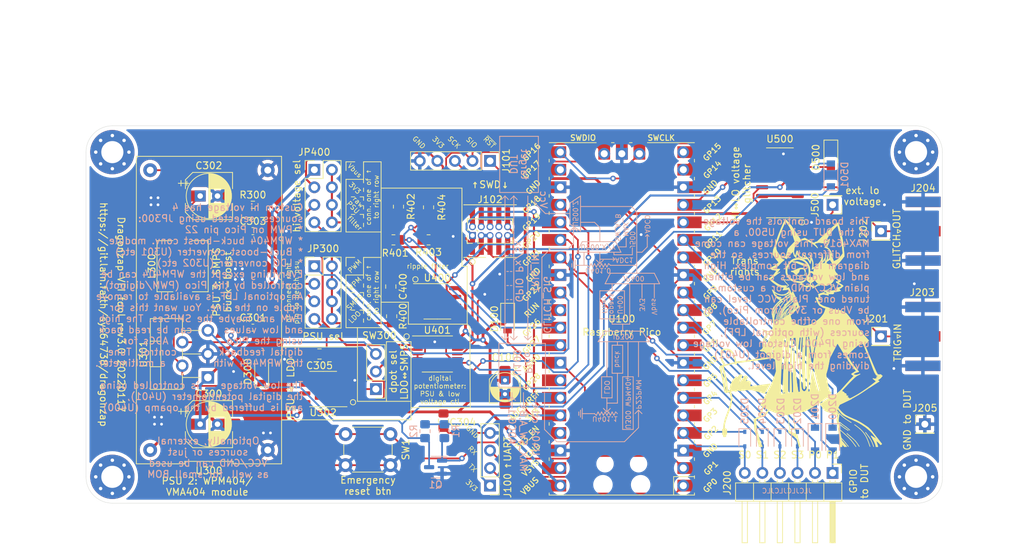
<source format=kicad_pcb>
(kicad_pcb (version 20211014) (generator pcbnew)

  (general
    (thickness 1.6)
  )

  (paper "A4")
  (layers
    (0 "F.Cu" signal)
    (31 "B.Cu" signal)
    (32 "B.Adhes" user "B.Adhesive")
    (33 "F.Adhes" user "F.Adhesive")
    (34 "B.Paste" user)
    (35 "F.Paste" user)
    (36 "B.SilkS" user "B.Silkscreen")
    (37 "F.SilkS" user "F.Silkscreen")
    (38 "B.Mask" user)
    (39 "F.Mask" user)
    (40 "Dwgs.User" user "User.Drawings")
    (41 "Cmts.User" user "User.Comments")
    (42 "Eco1.User" user "User.Eco1")
    (43 "Eco2.User" user "User.Eco2")
    (44 "Edge.Cuts" user)
    (45 "Margin" user)
    (46 "B.CrtYd" user "B.Courtyard")
    (47 "F.CrtYd" user "F.Courtyard")
    (48 "B.Fab" user)
    (49 "F.Fab" user)
  )

  (setup
    (stackup
      (layer "F.SilkS" (type "Top Silk Screen"))
      (layer "F.Paste" (type "Top Solder Paste"))
      (layer "F.Mask" (type "Top Solder Mask") (thickness 0.01))
      (layer "F.Cu" (type "copper") (thickness 0.035))
      (layer "dielectric 1" (type "core") (thickness 1.51) (material "FR4") (epsilon_r 4.5) (loss_tangent 0.02))
      (layer "B.Cu" (type "copper") (thickness 0.035))
      (layer "B.Mask" (type "Bottom Solder Mask") (thickness 0.01))
      (layer "B.Paste" (type "Bottom Solder Paste"))
      (layer "B.SilkS" (type "Bottom Silk Screen"))
      (copper_finish "None")
      (dielectric_constraints no)
    )
    (pad_to_mask_clearance 0)
    (pcbplotparams
      (layerselection 0x00010fc_ffffffff)
      (disableapertmacros false)
      (usegerberextensions false)
      (usegerberattributes true)
      (usegerberadvancedattributes true)
      (creategerberjobfile true)
      (svguseinch false)
      (svgprecision 6)
      (excludeedgelayer true)
      (plotframeref false)
      (viasonmask false)
      (mode 1)
      (useauxorigin false)
      (hpglpennumber 1)
      (hpglpenspeed 20)
      (hpglpendiameter 15.000000)
      (dxfpolygonmode true)
      (dxfimperialunits true)
      (dxfusepcbnewfont true)
      (psnegative false)
      (psa4output false)
      (plotreference true)
      (plotvalue true)
      (plotinvisibletext false)
      (sketchpadsonfab false)
      (subtractmaskfromsilk false)
      (outputformat 1)
      (mirror false)
      (drillshape 0)
      (scaleselection 1)
      (outputdirectory "dragonzap/gerber/")
    )
  )

  (net 0 "")
  (net 1 "GND")
  (net 2 "VBUS")
  (net 3 "+3V3")
  (net 4 "+3.3VADC")
  (net 5 "Net-(D100-Pad1)")
  (net 6 "UART_RX")
  (net 7 "UART_TX")
  (net 8 "/controller/SWDIO")
  (net 9 "/controller/SWCLK")
  (net 10 "unconnected-(J102-Pad8)")
  (net 11 "unconnected-(J102-Pad7)")
  (net 12 "unconnected-(J102-Pad6)")
  (net 13 "GPIO_P0D")
  (net 14 "GPIO_P0W")
  (net 15 "GPIO_P1D")
  (net 16 "GPIO_P1W")
  (net 17 "TRIG_IN")
  (net 18 "GLITCH_OUT")
  (net 19 "P22PWM")
  (net 20 "ADC0")
  (net 21 "ADC1")
  (net 22 "/psu/FB_LDO")
  (net 23 "/psu/FB_SMPS")
  (net 24 "GPIO_S3W")
  (net 25 "GPIO_S3D")
  (net 26 "GPIO_S2W")
  (net 27 "GPIO_S2D")
  (net 28 "GPIO_S1W")
  (net 29 "GPIO_S1D")
  (net 30 "GPIO_S0W")
  (net 31 "GPIO_S0D")
  (net 32 "DPOT_DAT")
  (net 33 "DPOT_CLK")
  (net 34 "unconnected-(U100-Pad22)")
  (net 35 "MAX_SW_B")
  (net 36 "MAX_SW_A")
  (net 37 "MAX_EN")
  (net 38 "DPOT_HI")
  (net 39 "Net-(C400-Pad1)")
  (net 40 "Net-(D300-Pad1)")
  (net 41 "Vdcflt")
  (net 42 "Vdclo")
  (net 43 "GLITCH_SIG")
  (net 44 "DPOT_W")
  (net 45 "Net-(J500-Pad1)")
  (net 46 "DPOT_LO")
  (net 47 "unconnected-(U100-Pad30)")
  (net 48 "Net-(JP400-Pad4)")
  (net 49 "Net-(JP300-Pad2)")
  (net 50 "Net-(C302-Pad1)")
  (net 51 "Net-(C305-Pad1)")
  (net 52 "EMERG_SHDN")
  (net 53 "~{EMERG_SHDN}")
  (net 54 "unconnected-(U100-Pad34)")
  (net 55 "unconnected-(U100-Pad39)")
  (net 56 "unconnected-(U302-Pad4)")
  (net 57 "unconnected-(U302-Pad6)")
  (net 58 "Net-(R403-Pad1)")
  (net 59 "unconnected-(U302-Pad7)")
  (net 60 "unconnected-(U401-Pad13)")
  (net 61 "Net-(U500-Pad13)")
  (net 62 "/glitchout/Vdclo_def")
  (net 63 "Net-(U500-Pad6)")

  (footprint "MCU_RaspberryPi_and_Boards:RPi_Pico_SMD_TH" (layer "F.Cu") (at 157.48 83.82 180))

  (footprint "Connector_PinHeader_2.54mm:PinHeader_1x04_P2.54mm_Vertical" (layer "F.Cu") (at 138.43 107.95 180))

  (footprint "Resistor_SMD:R_0805_2012Metric_Pad1.20x1.40mm_HandSolder" (layer "F.Cu") (at 129.54 67.675 90))

  (footprint "Capacitor_SMD:CP_Elec_6.3x5.3" (layer "F.Cu") (at 97.79 66.04))

  (footprint "Resistor_SMD:R_0805_2012Metric_Pad1.20x1.40mm_HandSolder" (layer "F.Cu") (at 124.46 72.39))

  (footprint "Package_SO:SO-8_3.9x4.9mm_P1.27mm" (layer "F.Cu") (at 130.81 81.28))

  (footprint "Capacitor_THT:CP_Radial_D6.3mm_P2.50mm" (layer "F.Cu") (at 96.52 66.04))

  (footprint "Capacitor_SMD:C_0805_2012Metric_Pad1.18x1.45mm_HandSolder" (layer "F.Cu") (at 131.699 98.552 -90))

  (footprint "Package_SO:HSOP-8-1EP_3.9x4.9mm_P1.27mm_EP2.41x3.1mm" (layer "F.Cu") (at 114.3 93.98 180))

  (footprint "Capacitor_SMD:CP_Elec_4x3.9" (layer "F.Cu") (at 140.589 93.726 -90))

  (footprint "Diode_SMD:D_SOD-123" (layer "F.Cu") (at 105.41 91.44 90))

  (footprint "Connector_PinHeader_2.54mm:PinHeader_1x01_P2.54mm_Vertical" (layer "F.Cu") (at 194.945 71.12))

  (footprint "Button_Switch_THT:SW_PUSH_6mm" (layer "F.Cu") (at 117.527 100.493))

  (footprint "Connector_PinHeader_2.54mm:PinHeader_1x06_P2.54mm_Horizontal" (layer "F.Cu") (at 187.96 106.115 -90))

  (footprint "Resistor_SMD:R_0805_2012Metric_Pad1.20x1.40mm_HandSolder" (layer "F.Cu") (at 124.206 83.439 -90))

  (footprint "Capacitor_SMD:C_0603_1608Metric_Pad1.08x0.95mm_HandSolder" (layer "F.Cu") (at 104.14 85.09))

  (footprint "Connector_PinHeader_2.54mm:PinHeader_1x05_P2.54mm_Vertical" (layer "F.Cu") (at 138.43 60.96 -90))

  (footprint "Connector_PinHeader_2.54mm:PinHeader_1x03_P2.54mm_Vertical" (layer "F.Cu") (at 121.92 93.98 180))

  (footprint "Diode_SMD:D_SOD-123" (layer "F.Cu") (at 187.706 60.198 -90))

  (footprint "Inductor_SMD:L_7.3x7.3_H4.5" (layer "F.Cu") (at 93.98 76.2 90))

  (footprint "Package_SO:TSSOP-14_4.4x5mm_P0.65mm" (layer "F.Cu") (at 130.81 88.9))

  (footprint "Package_SO:SO-16_3.9x9.9mm_P1.27mm" (layer "F.Cu") (at 180.34 64.135 180))

  (footprint "Capacitor_THT:CP_Radial_D4.0mm_P2.00mm" (layer "F.Cu") (at 140.589 92.71 -90))

  (footprint "MountingHole:MountingHole_3.2mm_M3_Pad_Via" (layer "F.Cu") (at 83.82 106.68))

  (footprint "MountingHole:MountingHole_3.2mm_M3_Pad_Via" (layer "F.Cu") (at 83.82 59.69))

  (footprint "Capacitor_SMD:C_0603_1608Metric_Pad1.08x0.95mm_HandSolder" (layer "F.Cu") (at 104.14 71.12))

  (footprint "Connector_PinHeader_2.54mm:PinHeader_1x01_P2.54mm_Vertical" (layer "F.Cu") (at 201.295 99.06))

  (footprint "Package_TO_SOT_THT:TO-220-5_P3.4x3.7mm_StaggerOdd_Lead3.8mm_Vertical" (layer "F.Cu") (at 97.63 92.3 90))

  (footprint "Connector_PinHeader_2.54mm:PinHeader_1x01_P2.54mm_Vertical" (layer "F.Cu") (at 187.96 67.31 180))

  (footprint "Resistor_SMD:R_0805_2012Metric_Pad1.20x1.40mm_HandSolder" (layer "F.Cu") (at 129.54 72.39 180))

  (footprint "Diode_SMD:D_SOD-123" (layer "F.Cu") (at 140.97 83.82 -90))

  (footprint "Capacitor_SMD:C_0805_2012Metric_Pad1.18x1.45mm_HandSolder" (layer "F.Cu") (at 113.7705 88.9 180))

  (footprint "Connector_Coaxial:SMA_Amphenol_132289_EdgeMount" (layer "F.Cu")
    (tedit 5A1C1810) (tstamp ad437278-bbd2-4a43-99cb-51e51762a8d3)
    (at 201.
... [992396 chars truncated]
</source>
